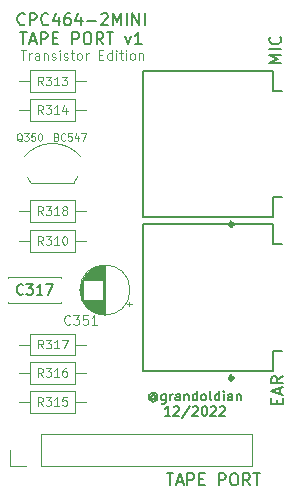
<source format=gbr>
%TF.GenerationSoftware,KiCad,Pcbnew,(6.0.7)*%
%TF.CreationDate,2022-12-16T00:38:36+00:00*%
%TF.ProjectId,CPC464-2MINITapeAdapter,43504334-3634-42d3-924d-494e49546170,rev?*%
%TF.SameCoordinates,Original*%
%TF.FileFunction,Legend,Top*%
%TF.FilePolarity,Positive*%
%FSLAX46Y46*%
G04 Gerber Fmt 4.6, Leading zero omitted, Abs format (unit mm)*
G04 Created by KiCad (PCBNEW (6.0.7)) date 2022-12-16 00:38:36*
%MOMM*%
%LPD*%
G01*
G04 APERTURE LIST*
%ADD10C,0.100000*%
%ADD11C,0.150000*%
%ADD12C,0.200000*%
%ADD13C,0.108000*%
%ADD14C,0.120000*%
%ADD15C,0.129000*%
%ADD16C,0.127000*%
%ADD17C,0.340000*%
G04 APERTURE END LIST*
D10*
X57652304Y-63646104D02*
X58109447Y-63646104D01*
X57880876Y-64446104D02*
X57880876Y-63646104D01*
X58376114Y-64446104D02*
X58376114Y-63912771D01*
X58376114Y-64065152D02*
X58414209Y-63988961D01*
X58452304Y-63950866D01*
X58528495Y-63912771D01*
X58604685Y-63912771D01*
X59214209Y-64446104D02*
X59214209Y-64027057D01*
X59176114Y-63950866D01*
X59099923Y-63912771D01*
X58947542Y-63912771D01*
X58871352Y-63950866D01*
X59214209Y-64408009D02*
X59138019Y-64446104D01*
X58947542Y-64446104D01*
X58871352Y-64408009D01*
X58833257Y-64331819D01*
X58833257Y-64255628D01*
X58871352Y-64179438D01*
X58947542Y-64141342D01*
X59138019Y-64141342D01*
X59214209Y-64103247D01*
X59595161Y-63912771D02*
X59595161Y-64446104D01*
X59595161Y-63988961D02*
X59633257Y-63950866D01*
X59709447Y-63912771D01*
X59823733Y-63912771D01*
X59899923Y-63950866D01*
X59938019Y-64027057D01*
X59938019Y-64446104D01*
X60280876Y-64408009D02*
X60357066Y-64446104D01*
X60509447Y-64446104D01*
X60585638Y-64408009D01*
X60623733Y-64331819D01*
X60623733Y-64293723D01*
X60585638Y-64217533D01*
X60509447Y-64179438D01*
X60395161Y-64179438D01*
X60318971Y-64141342D01*
X60280876Y-64065152D01*
X60280876Y-64027057D01*
X60318971Y-63950866D01*
X60395161Y-63912771D01*
X60509447Y-63912771D01*
X60585638Y-63950866D01*
X60966590Y-64446104D02*
X60966590Y-63912771D01*
X60966590Y-63646104D02*
X60928495Y-63684200D01*
X60966590Y-63722295D01*
X61004685Y-63684200D01*
X60966590Y-63646104D01*
X60966590Y-63722295D01*
X61309447Y-64408009D02*
X61385638Y-64446104D01*
X61538019Y-64446104D01*
X61614209Y-64408009D01*
X61652304Y-64331819D01*
X61652304Y-64293723D01*
X61614209Y-64217533D01*
X61538019Y-64179438D01*
X61423733Y-64179438D01*
X61347542Y-64141342D01*
X61309447Y-64065152D01*
X61309447Y-64027057D01*
X61347542Y-63950866D01*
X61423733Y-63912771D01*
X61538019Y-63912771D01*
X61614209Y-63950866D01*
X61880876Y-63912771D02*
X62185638Y-63912771D01*
X61995161Y-63646104D02*
X61995161Y-64331819D01*
X62033257Y-64408009D01*
X62109447Y-64446104D01*
X62185638Y-64446104D01*
X62566590Y-64446104D02*
X62490400Y-64408009D01*
X62452304Y-64369914D01*
X62414209Y-64293723D01*
X62414209Y-64065152D01*
X62452304Y-63988961D01*
X62490400Y-63950866D01*
X62566590Y-63912771D01*
X62680876Y-63912771D01*
X62757066Y-63950866D01*
X62795161Y-63988961D01*
X62833257Y-64065152D01*
X62833257Y-64293723D01*
X62795161Y-64369914D01*
X62757066Y-64408009D01*
X62680876Y-64446104D01*
X62566590Y-64446104D01*
X63176114Y-64446104D02*
X63176114Y-63912771D01*
X63176114Y-64065152D02*
X63214209Y-63988961D01*
X63252304Y-63950866D01*
X63328495Y-63912771D01*
X63404685Y-63912771D01*
X64280876Y-64027057D02*
X64547542Y-64027057D01*
X64661828Y-64446104D02*
X64280876Y-64446104D01*
X64280876Y-63646104D01*
X64661828Y-63646104D01*
X65347542Y-64446104D02*
X65347542Y-63646104D01*
X65347542Y-64408009D02*
X65271352Y-64446104D01*
X65118971Y-64446104D01*
X65042780Y-64408009D01*
X65004685Y-64369914D01*
X64966590Y-64293723D01*
X64966590Y-64065152D01*
X65004685Y-63988961D01*
X65042780Y-63950866D01*
X65118971Y-63912771D01*
X65271352Y-63912771D01*
X65347542Y-63950866D01*
X65728495Y-64446104D02*
X65728495Y-63912771D01*
X65728495Y-63646104D02*
X65690400Y-63684200D01*
X65728495Y-63722295D01*
X65766590Y-63684200D01*
X65728495Y-63646104D01*
X65728495Y-63722295D01*
X65995161Y-63912771D02*
X66299923Y-63912771D01*
X66109447Y-63646104D02*
X66109447Y-64331819D01*
X66147542Y-64408009D01*
X66223733Y-64446104D01*
X66299923Y-64446104D01*
X66566590Y-64446104D02*
X66566590Y-63912771D01*
X66566590Y-63646104D02*
X66528495Y-63684200D01*
X66566590Y-63722295D01*
X66604685Y-63684200D01*
X66566590Y-63646104D01*
X66566590Y-63722295D01*
X67061828Y-64446104D02*
X66985638Y-64408009D01*
X66947542Y-64369914D01*
X66909447Y-64293723D01*
X66909447Y-64065152D01*
X66947542Y-63988961D01*
X66985638Y-63950866D01*
X67061828Y-63912771D01*
X67176114Y-63912771D01*
X67252304Y-63950866D01*
X67290400Y-63988961D01*
X67328495Y-64065152D01*
X67328495Y-64293723D01*
X67290400Y-64369914D01*
X67252304Y-64408009D01*
X67176114Y-64446104D01*
X67061828Y-64446104D01*
X67671352Y-63912771D02*
X67671352Y-64446104D01*
X67671352Y-63988961D02*
X67709447Y-63950866D01*
X67785638Y-63912771D01*
X67899923Y-63912771D01*
X67976114Y-63950866D01*
X68014209Y-64027057D01*
X68014209Y-64446104D01*
D11*
X69043971Y-92910552D02*
X69005876Y-92872457D01*
X68929685Y-92834361D01*
X68853495Y-92834361D01*
X68777304Y-92872457D01*
X68739209Y-92910552D01*
X68701114Y-92986742D01*
X68701114Y-93062933D01*
X68739209Y-93139123D01*
X68777304Y-93177219D01*
X68853495Y-93215314D01*
X68929685Y-93215314D01*
X69005876Y-93177219D01*
X69043971Y-93139123D01*
X69043971Y-92834361D02*
X69043971Y-93139123D01*
X69082066Y-93177219D01*
X69120161Y-93177219D01*
X69196352Y-93139123D01*
X69234447Y-93062933D01*
X69234447Y-92872457D01*
X69158257Y-92758171D01*
X69043971Y-92681980D01*
X68891590Y-92643885D01*
X68739209Y-92681980D01*
X68624923Y-92758171D01*
X68548733Y-92872457D01*
X68510638Y-93024838D01*
X68548733Y-93177219D01*
X68624923Y-93291504D01*
X68739209Y-93367695D01*
X68891590Y-93405790D01*
X69043971Y-93367695D01*
X69158257Y-93291504D01*
X69920161Y-92758171D02*
X69920161Y-93405790D01*
X69882066Y-93481980D01*
X69843971Y-93520076D01*
X69767780Y-93558171D01*
X69653495Y-93558171D01*
X69577304Y-93520076D01*
X69920161Y-93253409D02*
X69843971Y-93291504D01*
X69691590Y-93291504D01*
X69615400Y-93253409D01*
X69577304Y-93215314D01*
X69539209Y-93139123D01*
X69539209Y-92910552D01*
X69577304Y-92834361D01*
X69615400Y-92796266D01*
X69691590Y-92758171D01*
X69843971Y-92758171D01*
X69920161Y-92796266D01*
X70301114Y-93291504D02*
X70301114Y-92758171D01*
X70301114Y-92910552D02*
X70339209Y-92834361D01*
X70377304Y-92796266D01*
X70453495Y-92758171D01*
X70529685Y-92758171D01*
X71139209Y-93291504D02*
X71139209Y-92872457D01*
X71101114Y-92796266D01*
X71024923Y-92758171D01*
X70872542Y-92758171D01*
X70796352Y-92796266D01*
X71139209Y-93253409D02*
X71063019Y-93291504D01*
X70872542Y-93291504D01*
X70796352Y-93253409D01*
X70758257Y-93177219D01*
X70758257Y-93101028D01*
X70796352Y-93024838D01*
X70872542Y-92986742D01*
X71063019Y-92986742D01*
X71139209Y-92948647D01*
X71520161Y-92758171D02*
X71520161Y-93291504D01*
X71520161Y-92834361D02*
X71558257Y-92796266D01*
X71634447Y-92758171D01*
X71748733Y-92758171D01*
X71824923Y-92796266D01*
X71863019Y-92872457D01*
X71863019Y-93291504D01*
X72586828Y-93291504D02*
X72586828Y-92491504D01*
X72586828Y-93253409D02*
X72510638Y-93291504D01*
X72358257Y-93291504D01*
X72282066Y-93253409D01*
X72243971Y-93215314D01*
X72205876Y-93139123D01*
X72205876Y-92910552D01*
X72243971Y-92834361D01*
X72282066Y-92796266D01*
X72358257Y-92758171D01*
X72510638Y-92758171D01*
X72586828Y-92796266D01*
X73082066Y-93291504D02*
X73005876Y-93253409D01*
X72967780Y-93215314D01*
X72929685Y-93139123D01*
X72929685Y-92910552D01*
X72967780Y-92834361D01*
X73005876Y-92796266D01*
X73082066Y-92758171D01*
X73196352Y-92758171D01*
X73272542Y-92796266D01*
X73310638Y-92834361D01*
X73348733Y-92910552D01*
X73348733Y-93139123D01*
X73310638Y-93215314D01*
X73272542Y-93253409D01*
X73196352Y-93291504D01*
X73082066Y-93291504D01*
X73805876Y-93291504D02*
X73729685Y-93253409D01*
X73691590Y-93177219D01*
X73691590Y-92491504D01*
X74453495Y-93291504D02*
X74453495Y-92491504D01*
X74453495Y-93253409D02*
X74377304Y-93291504D01*
X74224923Y-93291504D01*
X74148733Y-93253409D01*
X74110638Y-93215314D01*
X74072542Y-93139123D01*
X74072542Y-92910552D01*
X74110638Y-92834361D01*
X74148733Y-92796266D01*
X74224923Y-92758171D01*
X74377304Y-92758171D01*
X74453495Y-92796266D01*
X74834447Y-93291504D02*
X74834447Y-92758171D01*
X74834447Y-92491504D02*
X74796352Y-92529600D01*
X74834447Y-92567695D01*
X74872542Y-92529600D01*
X74834447Y-92491504D01*
X74834447Y-92567695D01*
X75558257Y-93291504D02*
X75558257Y-92872457D01*
X75520161Y-92796266D01*
X75443971Y-92758171D01*
X75291590Y-92758171D01*
X75215400Y-92796266D01*
X75558257Y-93253409D02*
X75482066Y-93291504D01*
X75291590Y-93291504D01*
X75215400Y-93253409D01*
X75177304Y-93177219D01*
X75177304Y-93101028D01*
X75215400Y-93024838D01*
X75291590Y-92986742D01*
X75482066Y-92986742D01*
X75558257Y-92948647D01*
X75939209Y-92758171D02*
X75939209Y-93291504D01*
X75939209Y-92834361D02*
X75977304Y-92796266D01*
X76053495Y-92758171D01*
X76167780Y-92758171D01*
X76243971Y-92796266D01*
X76282066Y-92872457D01*
X76282066Y-93291504D01*
X70320161Y-94579504D02*
X69863019Y-94579504D01*
X70091590Y-94579504D02*
X70091590Y-93779504D01*
X70015400Y-93893790D01*
X69939209Y-93969980D01*
X69863019Y-94008076D01*
X70624923Y-93855695D02*
X70663019Y-93817600D01*
X70739209Y-93779504D01*
X70929685Y-93779504D01*
X71005876Y-93817600D01*
X71043971Y-93855695D01*
X71082066Y-93931885D01*
X71082066Y-94008076D01*
X71043971Y-94122361D01*
X70586828Y-94579504D01*
X71082066Y-94579504D01*
X71996352Y-93741409D02*
X71310638Y-94769980D01*
X72224923Y-93855695D02*
X72263019Y-93817600D01*
X72339209Y-93779504D01*
X72529685Y-93779504D01*
X72605876Y-93817600D01*
X72643971Y-93855695D01*
X72682066Y-93931885D01*
X72682066Y-94008076D01*
X72643971Y-94122361D01*
X72186828Y-94579504D01*
X72682066Y-94579504D01*
X73177304Y-93779504D02*
X73253495Y-93779504D01*
X73329685Y-93817600D01*
X73367780Y-93855695D01*
X73405876Y-93931885D01*
X73443971Y-94084266D01*
X73443971Y-94274742D01*
X73405876Y-94427123D01*
X73367780Y-94503314D01*
X73329685Y-94541409D01*
X73253495Y-94579504D01*
X73177304Y-94579504D01*
X73101114Y-94541409D01*
X73063019Y-94503314D01*
X73024923Y-94427123D01*
X72986828Y-94274742D01*
X72986828Y-94084266D01*
X73024923Y-93931885D01*
X73063019Y-93855695D01*
X73101114Y-93817600D01*
X73177304Y-93779504D01*
X73748733Y-93855695D02*
X73786828Y-93817600D01*
X73863019Y-93779504D01*
X74053495Y-93779504D01*
X74129685Y-93817600D01*
X74167780Y-93855695D01*
X74205876Y-93931885D01*
X74205876Y-94008076D01*
X74167780Y-94122361D01*
X73710638Y-94579504D01*
X74205876Y-94579504D01*
X74510638Y-93855695D02*
X74548733Y-93817600D01*
X74624923Y-93779504D01*
X74815400Y-93779504D01*
X74891590Y-93817600D01*
X74929685Y-93855695D01*
X74967780Y-93931885D01*
X74967780Y-94008076D01*
X74929685Y-94122361D01*
X74472542Y-94579504D01*
X74967780Y-94579504D01*
D12*
X58003085Y-61426542D02*
X57955466Y-61474161D01*
X57812609Y-61521780D01*
X57717371Y-61521780D01*
X57574514Y-61474161D01*
X57479276Y-61378923D01*
X57431657Y-61283685D01*
X57384038Y-61093209D01*
X57384038Y-60950352D01*
X57431657Y-60759876D01*
X57479276Y-60664638D01*
X57574514Y-60569400D01*
X57717371Y-60521780D01*
X57812609Y-60521780D01*
X57955466Y-60569400D01*
X58003085Y-60617019D01*
X58431657Y-61521780D02*
X58431657Y-60521780D01*
X58812609Y-60521780D01*
X58907847Y-60569400D01*
X58955466Y-60617019D01*
X59003085Y-60712257D01*
X59003085Y-60855114D01*
X58955466Y-60950352D01*
X58907847Y-60997971D01*
X58812609Y-61045590D01*
X58431657Y-61045590D01*
X60003085Y-61426542D02*
X59955466Y-61474161D01*
X59812609Y-61521780D01*
X59717371Y-61521780D01*
X59574514Y-61474161D01*
X59479276Y-61378923D01*
X59431657Y-61283685D01*
X59384038Y-61093209D01*
X59384038Y-60950352D01*
X59431657Y-60759876D01*
X59479276Y-60664638D01*
X59574514Y-60569400D01*
X59717371Y-60521780D01*
X59812609Y-60521780D01*
X59955466Y-60569400D01*
X60003085Y-60617019D01*
X60860228Y-60855114D02*
X60860228Y-61521780D01*
X60622133Y-60474161D02*
X60384038Y-61188447D01*
X61003085Y-61188447D01*
X61812609Y-60521780D02*
X61622133Y-60521780D01*
X61526895Y-60569400D01*
X61479276Y-60617019D01*
X61384038Y-60759876D01*
X61336419Y-60950352D01*
X61336419Y-61331304D01*
X61384038Y-61426542D01*
X61431657Y-61474161D01*
X61526895Y-61521780D01*
X61717371Y-61521780D01*
X61812609Y-61474161D01*
X61860228Y-61426542D01*
X61907847Y-61331304D01*
X61907847Y-61093209D01*
X61860228Y-60997971D01*
X61812609Y-60950352D01*
X61717371Y-60902733D01*
X61526895Y-60902733D01*
X61431657Y-60950352D01*
X61384038Y-60997971D01*
X61336419Y-61093209D01*
X62764990Y-60855114D02*
X62764990Y-61521780D01*
X62526895Y-60474161D02*
X62288800Y-61188447D01*
X62907847Y-61188447D01*
X63288800Y-61140828D02*
X64050704Y-61140828D01*
X64479276Y-60617019D02*
X64526895Y-60569400D01*
X64622133Y-60521780D01*
X64860228Y-60521780D01*
X64955466Y-60569400D01*
X65003085Y-60617019D01*
X65050704Y-60712257D01*
X65050704Y-60807495D01*
X65003085Y-60950352D01*
X64431657Y-61521780D01*
X65050704Y-61521780D01*
X65479276Y-61521780D02*
X65479276Y-60521780D01*
X65812609Y-61236066D01*
X66145942Y-60521780D01*
X66145942Y-61521780D01*
X66622133Y-61521780D02*
X66622133Y-60521780D01*
X67098323Y-61521780D02*
X67098323Y-60521780D01*
X67669752Y-61521780D01*
X67669752Y-60521780D01*
X68145942Y-61521780D02*
X68145942Y-60521780D01*
X57598323Y-62131780D02*
X58169752Y-62131780D01*
X57884038Y-63131780D02*
X57884038Y-62131780D01*
X58455466Y-62846066D02*
X58931657Y-62846066D01*
X58360228Y-63131780D02*
X58693561Y-62131780D01*
X59026895Y-63131780D01*
X59360228Y-63131780D02*
X59360228Y-62131780D01*
X59741180Y-62131780D01*
X59836419Y-62179400D01*
X59884038Y-62227019D01*
X59931657Y-62322257D01*
X59931657Y-62465114D01*
X59884038Y-62560352D01*
X59836419Y-62607971D01*
X59741180Y-62655590D01*
X59360228Y-62655590D01*
X60360228Y-62607971D02*
X60693561Y-62607971D01*
X60836419Y-63131780D02*
X60360228Y-63131780D01*
X60360228Y-62131780D01*
X60836419Y-62131780D01*
X62026895Y-63131780D02*
X62026895Y-62131780D01*
X62407847Y-62131780D01*
X62503085Y-62179400D01*
X62550704Y-62227019D01*
X62598323Y-62322257D01*
X62598323Y-62465114D01*
X62550704Y-62560352D01*
X62503085Y-62607971D01*
X62407847Y-62655590D01*
X62026895Y-62655590D01*
X63217371Y-62131780D02*
X63407847Y-62131780D01*
X63503085Y-62179400D01*
X63598323Y-62274638D01*
X63645942Y-62465114D01*
X63645942Y-62798447D01*
X63598323Y-62988923D01*
X63503085Y-63084161D01*
X63407847Y-63131780D01*
X63217371Y-63131780D01*
X63122133Y-63084161D01*
X63026895Y-62988923D01*
X62979276Y-62798447D01*
X62979276Y-62465114D01*
X63026895Y-62274638D01*
X63122133Y-62179400D01*
X63217371Y-62131780D01*
X64645942Y-63131780D02*
X64312609Y-62655590D01*
X64074514Y-63131780D02*
X64074514Y-62131780D01*
X64455466Y-62131780D01*
X64550704Y-62179400D01*
X64598323Y-62227019D01*
X64645942Y-62322257D01*
X64645942Y-62465114D01*
X64598323Y-62560352D01*
X64550704Y-62607971D01*
X64455466Y-62655590D01*
X64074514Y-62655590D01*
X64931657Y-62131780D02*
X65503085Y-62131780D01*
X65217371Y-63131780D02*
X65217371Y-62131780D01*
X66503085Y-62465114D02*
X66741180Y-63131780D01*
X66979276Y-62465114D01*
X67884038Y-63131780D02*
X67312609Y-63131780D01*
X67598323Y-63131780D02*
X67598323Y-62131780D01*
X67503085Y-62274638D01*
X67407847Y-62369876D01*
X67312609Y-62417495D01*
D13*
%TO.C,R318*%
X59537285Y-77592514D02*
X59297285Y-77249657D01*
X59125857Y-77592514D02*
X59125857Y-76872514D01*
X59400142Y-76872514D01*
X59468714Y-76906800D01*
X59503000Y-76941085D01*
X59537285Y-77009657D01*
X59537285Y-77112514D01*
X59503000Y-77181085D01*
X59468714Y-77215371D01*
X59400142Y-77249657D01*
X59125857Y-77249657D01*
X59777285Y-76872514D02*
X60223000Y-76872514D01*
X59983000Y-77146800D01*
X60085857Y-77146800D01*
X60154428Y-77181085D01*
X60188714Y-77215371D01*
X60223000Y-77283942D01*
X60223000Y-77455371D01*
X60188714Y-77523942D01*
X60154428Y-77558228D01*
X60085857Y-77592514D01*
X59880142Y-77592514D01*
X59811571Y-77558228D01*
X59777285Y-77523942D01*
X60908714Y-77592514D02*
X60497285Y-77592514D01*
X60703000Y-77592514D02*
X60703000Y-76872514D01*
X60634428Y-76975371D01*
X60565857Y-77043942D01*
X60497285Y-77078228D01*
X61320142Y-77181085D02*
X61251571Y-77146800D01*
X61217285Y-77112514D01*
X61183000Y-77043942D01*
X61183000Y-77009657D01*
X61217285Y-76941085D01*
X61251571Y-76906800D01*
X61320142Y-76872514D01*
X61457285Y-76872514D01*
X61525857Y-76906800D01*
X61560142Y-76941085D01*
X61594428Y-77009657D01*
X61594428Y-77043942D01*
X61560142Y-77112514D01*
X61525857Y-77146800D01*
X61457285Y-77181085D01*
X61320142Y-77181085D01*
X61251571Y-77215371D01*
X61217285Y-77249657D01*
X61183000Y-77318228D01*
X61183000Y-77455371D01*
X61217285Y-77523942D01*
X61251571Y-77558228D01*
X61320142Y-77592514D01*
X61457285Y-77592514D01*
X61525857Y-77558228D01*
X61560142Y-77523942D01*
X61594428Y-77455371D01*
X61594428Y-77318228D01*
X61560142Y-77249657D01*
X61525857Y-77215371D01*
X61457285Y-77181085D01*
%TO.C,R314*%
X59537285Y-69017843D02*
X59297285Y-68674986D01*
X59125857Y-69017843D02*
X59125857Y-68297843D01*
X59400142Y-68297843D01*
X59468714Y-68332129D01*
X59503000Y-68366414D01*
X59537285Y-68434986D01*
X59537285Y-68537843D01*
X59503000Y-68606414D01*
X59468714Y-68640700D01*
X59400142Y-68674986D01*
X59125857Y-68674986D01*
X59777285Y-68297843D02*
X60223000Y-68297843D01*
X59983000Y-68572129D01*
X60085857Y-68572129D01*
X60154428Y-68606414D01*
X60188714Y-68640700D01*
X60223000Y-68709271D01*
X60223000Y-68880700D01*
X60188714Y-68949271D01*
X60154428Y-68983557D01*
X60085857Y-69017843D01*
X59880142Y-69017843D01*
X59811571Y-68983557D01*
X59777285Y-68949271D01*
X60908714Y-69017843D02*
X60497285Y-69017843D01*
X60703000Y-69017843D02*
X60703000Y-68297843D01*
X60634428Y-68400700D01*
X60565857Y-68469271D01*
X60497285Y-68503557D01*
X61525857Y-68537843D02*
X61525857Y-69017843D01*
X61354428Y-68263557D02*
X61183000Y-68777843D01*
X61628714Y-68777843D01*
D10*
%TO.C,Q350*%
X57774428Y-71351042D02*
X57717285Y-71322471D01*
X57660142Y-71265328D01*
X57574428Y-71179613D01*
X57517285Y-71151042D01*
X57460142Y-71151042D01*
X57488714Y-71293899D02*
X57431571Y-71265328D01*
X57374428Y-71208185D01*
X57345857Y-71093899D01*
X57345857Y-70893899D01*
X57374428Y-70779613D01*
X57431571Y-70722471D01*
X57488714Y-70693899D01*
X57603000Y-70693899D01*
X57660142Y-70722471D01*
X57717285Y-70779613D01*
X57745857Y-70893899D01*
X57745857Y-71093899D01*
X57717285Y-71208185D01*
X57660142Y-71265328D01*
X57603000Y-71293899D01*
X57488714Y-71293899D01*
X57945857Y-70693899D02*
X58317285Y-70693899D01*
X58117285Y-70922471D01*
X58203000Y-70922471D01*
X58260142Y-70951042D01*
X58288714Y-70979613D01*
X58317285Y-71036756D01*
X58317285Y-71179613D01*
X58288714Y-71236756D01*
X58260142Y-71265328D01*
X58203000Y-71293899D01*
X58031571Y-71293899D01*
X57974428Y-71265328D01*
X57945857Y-71236756D01*
X58860142Y-70693899D02*
X58574428Y-70693899D01*
X58545857Y-70979613D01*
X58574428Y-70951042D01*
X58631571Y-70922471D01*
X58774428Y-70922471D01*
X58831571Y-70951042D01*
X58860142Y-70979613D01*
X58888714Y-71036756D01*
X58888714Y-71179613D01*
X58860142Y-71236756D01*
X58831571Y-71265328D01*
X58774428Y-71293899D01*
X58631571Y-71293899D01*
X58574428Y-71265328D01*
X58545857Y-71236756D01*
X59260142Y-70693899D02*
X59317285Y-70693899D01*
X59374428Y-70722471D01*
X59403000Y-70751042D01*
X59431571Y-70808185D01*
X59460142Y-70922471D01*
X59460142Y-71065328D01*
X59431571Y-71179613D01*
X59403000Y-71236756D01*
X59374428Y-71265328D01*
X59317285Y-71293899D01*
X59260142Y-71293899D01*
X59203000Y-71265328D01*
X59174428Y-71236756D01*
X59145857Y-71179613D01*
X59117285Y-71065328D01*
X59117285Y-70922471D01*
X59145857Y-70808185D01*
X59174428Y-70751042D01*
X59203000Y-70722471D01*
X59260142Y-70693899D01*
X60688714Y-70979613D02*
X60774428Y-71008185D01*
X60803000Y-71036756D01*
X60831571Y-71093899D01*
X60831571Y-71179613D01*
X60803000Y-71236756D01*
X60774428Y-71265328D01*
X60717285Y-71293899D01*
X60488714Y-71293899D01*
X60488714Y-70693899D01*
X60688714Y-70693899D01*
X60745857Y-70722471D01*
X60774428Y-70751042D01*
X60803000Y-70808185D01*
X60803000Y-70865328D01*
X60774428Y-70922471D01*
X60745857Y-70951042D01*
X60688714Y-70979613D01*
X60488714Y-70979613D01*
X61431571Y-71236756D02*
X61403000Y-71265328D01*
X61317285Y-71293899D01*
X61260142Y-71293899D01*
X61174428Y-71265328D01*
X61117285Y-71208185D01*
X61088714Y-71151042D01*
X61060142Y-71036756D01*
X61060142Y-70951042D01*
X61088714Y-70836756D01*
X61117285Y-70779613D01*
X61174428Y-70722471D01*
X61260142Y-70693899D01*
X61317285Y-70693899D01*
X61403000Y-70722471D01*
X61431571Y-70751042D01*
X61974428Y-70693899D02*
X61688714Y-70693899D01*
X61660142Y-70979613D01*
X61688714Y-70951042D01*
X61745857Y-70922471D01*
X61888714Y-70922471D01*
X61945857Y-70951042D01*
X61974428Y-70979613D01*
X62003000Y-71036756D01*
X62003000Y-71179613D01*
X61974428Y-71236756D01*
X61945857Y-71265328D01*
X61888714Y-71293899D01*
X61745857Y-71293899D01*
X61688714Y-71265328D01*
X61660142Y-71236756D01*
X62517285Y-70893899D02*
X62517285Y-71293899D01*
X62374428Y-70665328D02*
X62231571Y-71093899D01*
X62603000Y-71093899D01*
X62774428Y-70693899D02*
X63174428Y-70693899D01*
X62917285Y-71293899D01*
D13*
%TO.C,R313*%
X59537285Y-66594314D02*
X59297285Y-66251457D01*
X59125857Y-66594314D02*
X59125857Y-65874314D01*
X59400142Y-65874314D01*
X59468714Y-65908600D01*
X59503000Y-65942885D01*
X59537285Y-66011457D01*
X59537285Y-66114314D01*
X59503000Y-66182885D01*
X59468714Y-66217171D01*
X59400142Y-66251457D01*
X59125857Y-66251457D01*
X59777285Y-65874314D02*
X60223000Y-65874314D01*
X59983000Y-66148600D01*
X60085857Y-66148600D01*
X60154428Y-66182885D01*
X60188714Y-66217171D01*
X60223000Y-66285742D01*
X60223000Y-66457171D01*
X60188714Y-66525742D01*
X60154428Y-66560028D01*
X60085857Y-66594314D01*
X59880142Y-66594314D01*
X59811571Y-66560028D01*
X59777285Y-66525742D01*
X60908714Y-66594314D02*
X60497285Y-66594314D01*
X60703000Y-66594314D02*
X60703000Y-65874314D01*
X60634428Y-65977171D01*
X60565857Y-66045742D01*
X60497285Y-66080028D01*
X61148714Y-65874314D02*
X61594428Y-65874314D01*
X61354428Y-66148600D01*
X61457285Y-66148600D01*
X61525857Y-66182885D01*
X61560142Y-66217171D01*
X61594428Y-66285742D01*
X61594428Y-66457171D01*
X61560142Y-66525742D01*
X61525857Y-66560028D01*
X61457285Y-66594314D01*
X61251571Y-66594314D01*
X61183000Y-66560028D01*
X61148714Y-66525742D01*
D11*
%TO.C,C353*%
X70012419Y-99477580D02*
X70583847Y-99477580D01*
X70298133Y-100477580D02*
X70298133Y-99477580D01*
X70869561Y-100191866D02*
X71345752Y-100191866D01*
X70774323Y-100477580D02*
X71107657Y-99477580D01*
X71440990Y-100477580D01*
X71774323Y-100477580D02*
X71774323Y-99477580D01*
X72155276Y-99477580D01*
X72250514Y-99525200D01*
X72298133Y-99572819D01*
X72345752Y-99668057D01*
X72345752Y-99810914D01*
X72298133Y-99906152D01*
X72250514Y-99953771D01*
X72155276Y-100001390D01*
X71774323Y-100001390D01*
X72774323Y-99953771D02*
X73107657Y-99953771D01*
X73250514Y-100477580D02*
X72774323Y-100477580D01*
X72774323Y-99477580D01*
X73250514Y-99477580D01*
X74440990Y-100477580D02*
X74440990Y-99477580D01*
X74821942Y-99477580D01*
X74917180Y-99525200D01*
X74964800Y-99572819D01*
X75012419Y-99668057D01*
X75012419Y-99810914D01*
X74964800Y-99906152D01*
X74917180Y-99953771D01*
X74821942Y-100001390D01*
X74440990Y-100001390D01*
X75631466Y-99477580D02*
X75821942Y-99477580D01*
X75917180Y-99525200D01*
X76012419Y-99620438D01*
X76060038Y-99810914D01*
X76060038Y-100144247D01*
X76012419Y-100334723D01*
X75917180Y-100429961D01*
X75821942Y-100477580D01*
X75631466Y-100477580D01*
X75536228Y-100429961D01*
X75440990Y-100334723D01*
X75393371Y-100144247D01*
X75393371Y-99810914D01*
X75440990Y-99620438D01*
X75536228Y-99525200D01*
X75631466Y-99477580D01*
X77060038Y-100477580D02*
X76726704Y-100001390D01*
X76488609Y-100477580D02*
X76488609Y-99477580D01*
X76869561Y-99477580D01*
X76964800Y-99525200D01*
X77012419Y-99572819D01*
X77060038Y-99668057D01*
X77060038Y-99810914D01*
X77012419Y-99906152D01*
X76964800Y-99953771D01*
X76869561Y-100001390D01*
X76488609Y-100001390D01*
X77345752Y-99477580D02*
X77917180Y-99477580D01*
X77631466Y-100477580D02*
X77631466Y-99477580D01*
D14*
%TO.C,C351*%
X61835361Y-86798114D02*
X61797266Y-86836209D01*
X61682980Y-86874304D01*
X61606790Y-86874304D01*
X61492504Y-86836209D01*
X61416314Y-86760019D01*
X61378219Y-86683828D01*
X61340123Y-86531447D01*
X61340123Y-86417161D01*
X61378219Y-86264780D01*
X61416314Y-86188590D01*
X61492504Y-86112400D01*
X61606790Y-86074304D01*
X61682980Y-86074304D01*
X61797266Y-86112400D01*
X61835361Y-86150495D01*
X62102028Y-86074304D02*
X62597266Y-86074304D01*
X62330600Y-86379066D01*
X62444885Y-86379066D01*
X62521076Y-86417161D01*
X62559171Y-86455257D01*
X62597266Y-86531447D01*
X62597266Y-86721923D01*
X62559171Y-86798114D01*
X62521076Y-86836209D01*
X62444885Y-86874304D01*
X62216314Y-86874304D01*
X62140123Y-86836209D01*
X62102028Y-86798114D01*
X63321076Y-86074304D02*
X62940123Y-86074304D01*
X62902028Y-86455257D01*
X62940123Y-86417161D01*
X63016314Y-86379066D01*
X63206790Y-86379066D01*
X63282980Y-86417161D01*
X63321076Y-86455257D01*
X63359171Y-86531447D01*
X63359171Y-86721923D01*
X63321076Y-86798114D01*
X63282980Y-86836209D01*
X63206790Y-86874304D01*
X63016314Y-86874304D01*
X62940123Y-86836209D01*
X62902028Y-86798114D01*
X64121076Y-86874304D02*
X63663933Y-86874304D01*
X63892504Y-86874304D02*
X63892504Y-86074304D01*
X63816314Y-86188590D01*
X63740123Y-86264780D01*
X63663933Y-86302876D01*
D13*
%TO.C,R315*%
X59537285Y-93746914D02*
X59297285Y-93404057D01*
X59125857Y-93746914D02*
X59125857Y-93026914D01*
X59400142Y-93026914D01*
X59468714Y-93061200D01*
X59503000Y-93095485D01*
X59537285Y-93164057D01*
X59537285Y-93266914D01*
X59503000Y-93335485D01*
X59468714Y-93369771D01*
X59400142Y-93404057D01*
X59125857Y-93404057D01*
X59777285Y-93026914D02*
X60223000Y-93026914D01*
X59983000Y-93301200D01*
X60085857Y-93301200D01*
X60154428Y-93335485D01*
X60188714Y-93369771D01*
X60223000Y-93438342D01*
X60223000Y-93609771D01*
X60188714Y-93678342D01*
X60154428Y-93712628D01*
X60085857Y-93746914D01*
X59880142Y-93746914D01*
X59811571Y-93712628D01*
X59777285Y-93678342D01*
X60908714Y-93746914D02*
X60497285Y-93746914D01*
X60703000Y-93746914D02*
X60703000Y-93026914D01*
X60634428Y-93129771D01*
X60565857Y-93198342D01*
X60497285Y-93232628D01*
X61560142Y-93026914D02*
X61217285Y-93026914D01*
X61183000Y-93369771D01*
X61217285Y-93335485D01*
X61285857Y-93301200D01*
X61457285Y-93301200D01*
X61525857Y-93335485D01*
X61560142Y-93369771D01*
X61594428Y-93438342D01*
X61594428Y-93609771D01*
X61560142Y-93678342D01*
X61525857Y-93712628D01*
X61457285Y-93746914D01*
X61285857Y-93746914D01*
X61217285Y-93712628D01*
X61183000Y-93678342D01*
%TO.C,R310*%
X59537285Y-80107114D02*
X59297285Y-79764257D01*
X59125857Y-80107114D02*
X59125857Y-79387114D01*
X59400142Y-79387114D01*
X59468714Y-79421400D01*
X59503000Y-79455685D01*
X59537285Y-79524257D01*
X59537285Y-79627114D01*
X59503000Y-79695685D01*
X59468714Y-79729971D01*
X59400142Y-79764257D01*
X59125857Y-79764257D01*
X59777285Y-79387114D02*
X60223000Y-79387114D01*
X59983000Y-79661400D01*
X60085857Y-79661400D01*
X60154428Y-79695685D01*
X60188714Y-79729971D01*
X60223000Y-79798542D01*
X60223000Y-79969971D01*
X60188714Y-80038542D01*
X60154428Y-80072828D01*
X60085857Y-80107114D01*
X59880142Y-80107114D01*
X59811571Y-80072828D01*
X59777285Y-80038542D01*
X60908714Y-80107114D02*
X60497285Y-80107114D01*
X60703000Y-80107114D02*
X60703000Y-79387114D01*
X60634428Y-79489971D01*
X60565857Y-79558542D01*
X60497285Y-79592828D01*
X61354428Y-79387114D02*
X61423000Y-79387114D01*
X61491571Y-79421400D01*
X61525857Y-79455685D01*
X61560142Y-79524257D01*
X61594428Y-79661400D01*
X61594428Y-79832828D01*
X61560142Y-79969971D01*
X61525857Y-80038542D01*
X61491571Y-80072828D01*
X61423000Y-80107114D01*
X61354428Y-80107114D01*
X61285857Y-80072828D01*
X61251571Y-80038542D01*
X61217285Y-79969971D01*
X61183000Y-79832828D01*
X61183000Y-79661400D01*
X61217285Y-79524257D01*
X61251571Y-79455685D01*
X61285857Y-79421400D01*
X61354428Y-79387114D01*
%TO.C,R316*%
X59537285Y-91283114D02*
X59297285Y-90940257D01*
X59125857Y-91283114D02*
X59125857Y-90563114D01*
X59400142Y-90563114D01*
X59468714Y-90597400D01*
X59503000Y-90631685D01*
X59537285Y-90700257D01*
X59537285Y-90803114D01*
X59503000Y-90871685D01*
X59468714Y-90905971D01*
X59400142Y-90940257D01*
X59125857Y-90940257D01*
X59777285Y-90563114D02*
X60223000Y-90563114D01*
X59983000Y-90837400D01*
X60085857Y-90837400D01*
X60154428Y-90871685D01*
X60188714Y-90905971D01*
X60223000Y-90974542D01*
X60223000Y-91145971D01*
X60188714Y-91214542D01*
X60154428Y-91248828D01*
X60085857Y-91283114D01*
X59880142Y-91283114D01*
X59811571Y-91248828D01*
X59777285Y-91214542D01*
X60908714Y-91283114D02*
X60497285Y-91283114D01*
X60703000Y-91283114D02*
X60703000Y-90563114D01*
X60634428Y-90665971D01*
X60565857Y-90734542D01*
X60497285Y-90768828D01*
X61525857Y-90563114D02*
X61388714Y-90563114D01*
X61320142Y-90597400D01*
X61285857Y-90631685D01*
X61217285Y-90734542D01*
X61183000Y-90871685D01*
X61183000Y-91145971D01*
X61217285Y-91214542D01*
X61251571Y-91248828D01*
X61320142Y-91283114D01*
X61457285Y-91283114D01*
X61525857Y-91248828D01*
X61560142Y-91214542D01*
X61594428Y-91145971D01*
X61594428Y-90974542D01*
X61560142Y-90905971D01*
X61525857Y-90871685D01*
X61457285Y-90837400D01*
X61320142Y-90837400D01*
X61251571Y-90871685D01*
X61217285Y-90905971D01*
X61183000Y-90974542D01*
D15*
%TO.C,C317*%
X57856619Y-84254142D02*
X57815666Y-84295095D01*
X57692809Y-84336047D01*
X57610904Y-84336047D01*
X57488047Y-84295095D01*
X57406142Y-84213190D01*
X57365190Y-84131285D01*
X57324238Y-83967476D01*
X57324238Y-83844619D01*
X57365190Y-83680809D01*
X57406142Y-83598904D01*
X57488047Y-83517000D01*
X57610904Y-83476047D01*
X57692809Y-83476047D01*
X57815666Y-83517000D01*
X57856619Y-83557952D01*
X58143285Y-83476047D02*
X58675666Y-83476047D01*
X58389000Y-83803666D01*
X58511857Y-83803666D01*
X58593761Y-83844619D01*
X58634714Y-83885571D01*
X58675666Y-83967476D01*
X58675666Y-84172238D01*
X58634714Y-84254142D01*
X58593761Y-84295095D01*
X58511857Y-84336047D01*
X58266142Y-84336047D01*
X58184238Y-84295095D01*
X58143285Y-84254142D01*
X59494714Y-84336047D02*
X59003285Y-84336047D01*
X59249000Y-84336047D02*
X59249000Y-83476047D01*
X59167095Y-83598904D01*
X59085190Y-83680809D01*
X59003285Y-83721761D01*
X59781380Y-83476047D02*
X60354714Y-83476047D01*
X59986142Y-84336047D01*
D13*
%TO.C,R317*%
X59537285Y-88895514D02*
X59297285Y-88552657D01*
X59125857Y-88895514D02*
X59125857Y-88175514D01*
X59400142Y-88175514D01*
X59468714Y-88209800D01*
X59503000Y-88244085D01*
X59537285Y-88312657D01*
X59537285Y-88415514D01*
X59503000Y-88484085D01*
X59468714Y-88518371D01*
X59400142Y-88552657D01*
X59125857Y-88552657D01*
X59777285Y-88175514D02*
X60223000Y-88175514D01*
X59983000Y-88449800D01*
X60085857Y-88449800D01*
X60154428Y-88484085D01*
X60188714Y-88518371D01*
X60223000Y-88586942D01*
X60223000Y-88758371D01*
X60188714Y-88826942D01*
X60154428Y-88861228D01*
X60085857Y-88895514D01*
X59880142Y-88895514D01*
X59811571Y-88861228D01*
X59777285Y-88826942D01*
X60908714Y-88895514D02*
X60497285Y-88895514D01*
X60703000Y-88895514D02*
X60703000Y-88175514D01*
X60634428Y-88278371D01*
X60565857Y-88346942D01*
X60497285Y-88381228D01*
X61148714Y-88175514D02*
X61628714Y-88175514D01*
X61320142Y-88895514D01*
D11*
%TO.C,J350*%
X79700519Y-64724157D02*
X78700212Y-64724157D01*
X79414717Y-64390721D01*
X78700212Y-64057286D01*
X79700519Y-64057286D01*
X79700519Y-63580949D02*
X78700212Y-63580949D01*
X79605252Y-62533008D02*
X79652886Y-62580642D01*
X79700519Y-62723543D01*
X79700519Y-62818810D01*
X79652886Y-62961711D01*
X79557618Y-63056979D01*
X79462351Y-63104612D01*
X79271816Y-63152246D01*
X79128915Y-63152246D01*
X78938381Y-63104612D01*
X78843113Y-63056979D01*
X78747846Y-62961711D01*
X78700212Y-62818810D01*
X78700212Y-62723543D01*
X78747846Y-62580642D01*
X78795480Y-62533008D01*
%TO.C,J351*%
X79328949Y-93599208D02*
X79328949Y-93265772D01*
X79852919Y-93122871D02*
X79852919Y-93599208D01*
X78852612Y-93599208D01*
X78852612Y-93122871D01*
X79567117Y-92741802D02*
X79567117Y-92265465D01*
X79852919Y-92837069D02*
X78852612Y-92503633D01*
X79852919Y-92170198D01*
X79852919Y-91265158D02*
X79376583Y-91598594D01*
X79852919Y-91836762D02*
X78852612Y-91836762D01*
X78852612Y-91455693D01*
X78900246Y-91360425D01*
X78947880Y-91312792D01*
X79043147Y-91265158D01*
X79186048Y-91265158D01*
X79281315Y-91312792D01*
X79328949Y-91360425D01*
X79376583Y-91455693D01*
X79376583Y-91836762D01*
D14*
%TO.C,R318*%
X62263000Y-78186800D02*
X62263000Y-76346800D01*
X62263000Y-76346800D02*
X58423000Y-76346800D01*
X58423000Y-78186800D02*
X62263000Y-78186800D01*
X63213000Y-77266800D02*
X62263000Y-77266800D01*
X58423000Y-76346800D02*
X58423000Y-78186800D01*
X57473000Y-77266800D02*
X58423000Y-77266800D01*
%TO.C,R314*%
X62263000Y-69612129D02*
X62263000Y-67772129D01*
X62263000Y-67772129D02*
X58423000Y-67772129D01*
X58423000Y-69612129D02*
X62263000Y-69612129D01*
X63213000Y-68692129D02*
X62263000Y-68692129D01*
X58423000Y-67772129D02*
X58423000Y-69612129D01*
X57473000Y-68692129D02*
X58423000Y-68692129D01*
%TO.C,Q350*%
X62142999Y-74922470D02*
G75*
G03*
X62503000Y-74322471I-953779J980269D01*
G01*
X58202999Y-74372471D02*
G75*
G03*
X58543000Y-74922471I1267961J403740D01*
G01*
X60343000Y-71533927D02*
G75*
G03*
X57986600Y-72633929I0J-3073914D01*
G01*
X62703002Y-72633928D02*
G75*
G03*
X60343000Y-71533929I-2360002J-1981643D01*
G01*
X58543000Y-74922471D02*
X62143000Y-74922471D01*
%TO.C,R313*%
X58423000Y-67188600D02*
X62263000Y-67188600D01*
X57473000Y-66268600D02*
X58423000Y-66268600D01*
X63213000Y-66268600D02*
X62263000Y-66268600D01*
X62263000Y-65348600D02*
X58423000Y-65348600D01*
X58423000Y-65348600D02*
X58423000Y-67188600D01*
X62263000Y-67188600D02*
X62263000Y-65348600D01*
%TO.C,C353*%
X56774800Y-98840600D02*
X56774800Y-97510600D01*
X59374800Y-98840600D02*
X77214800Y-98840600D01*
X59374800Y-98840600D02*
X59374800Y-96180600D01*
X58104800Y-98840600D02*
X56774800Y-98840600D01*
X77214800Y-98840600D02*
X77214800Y-96180600D01*
X59374800Y-96180600D02*
X77214800Y-96180600D01*
%TO.C,C351*%
X66906000Y-83947000D02*
G75*
G03*
X66906000Y-83947000I-2120000J0D01*
G01*
X63265000Y-85385000D02*
X63265000Y-84787000D01*
X63425000Y-83107000D02*
X63425000Y-82360000D01*
X63425000Y-85534000D02*
X63425000Y-84787000D01*
X64226000Y-83107000D02*
X64226000Y-81942000D01*
X64065000Y-83107000D02*
X64065000Y-81993000D01*
X64506000Y-83107000D02*
X64506000Y-81885000D01*
X62985000Y-85027000D02*
X62985000Y-84787000D01*
X63465000Y-85566000D02*
X63465000Y-84787000D01*
X63465000Y-83107000D02*
X63465000Y-82328000D01*
X63385000Y-85499000D02*
X63385000Y-84787000D01*
X62865000Y-84806000D02*
X62865000Y-83088000D01*
X62825000Y-84715000D02*
X62825000Y-83179000D01*
X64226000Y-85952000D02*
X64226000Y-84787000D01*
X62985000Y-83107000D02*
X62985000Y-82867000D01*
X64506000Y-86009000D02*
X64506000Y-84787000D01*
X64025000Y-85887000D02*
X64025000Y-84787000D01*
X64706000Y-86026000D02*
X64706000Y-81868000D01*
X64065000Y-85901000D02*
X64065000Y-84787000D01*
X63705000Y-83107000D02*
X63705000Y-82162000D01*
X63585000Y-83107000D02*
X63585000Y-82239000D01*
X62945000Y-84960000D02*
X62945000Y-82934000D01*
X64546000Y-86014000D02*
X64546000Y-84787000D01*
X63385000Y-83107000D02*
X63385000Y-82395000D01*
X64106000Y-85915000D02*
X64106000Y-84787000D01*
X64666000Y-86024000D02*
X64666000Y-81870000D01*
X63865000Y-83107000D02*
X63865000Y-82077000D01*
X63985000Y-83107000D02*
X63985000Y-82023000D01*
X63185000Y-83107000D02*
X63185000Y-82596000D01*
X64146000Y-85929000D02*
X64146000Y-84787000D01*
X64266000Y-83107000D02*
X64266000Y-81931000D01*
X63705000Y-85732000D02*
X63705000Y-84787000D01*
X64626000Y-86021000D02*
X64626000Y-81873000D01*
X63545000Y-83107000D02*
X63545000Y-82267000D01*
X64466000Y-83107000D02*
X64466000Y-81891000D01*
X63025000Y-83107000D02*
X63025000Y-82805000D01*
X63625000Y-85682000D02*
X63625000Y-84787000D01*
X63825000Y-83107000D02*
X63825000Y-82096000D01*
X63745000Y-85755000D02*
X63745000Y-84787000D01*
X63305000Y-83107000D02*
X63305000Y-82469000D01*
X63905000Y-85836000D02*
X63905000Y-84787000D01*
X64426000Y-83107000D02*
X64426000Y-81897000D01*
X63505000Y-85597000D02*
X63505000Y-84787000D01*
X64786000Y-86027000D02*
X64786000Y-81867000D01*
X63225000Y-83107000D02*
X63225000Y-82551000D01*
X64546000Y-83107000D02*
X64546000Y-81880000D01*
X63305000Y-85425000D02*
X63305000Y-84787000D01*
X62745000Y-84484000D02*
X62745000Y-83410000D01*
X63065000Y-85147000D02*
X63065000Y-84787000D01*
X63585000Y-85655000D02*
X63585000Y-84787000D01*
X64186000Y-83107000D02*
X64186000Y-81953000D01*
X63145000Y-85251000D02*
X63145000Y-84787000D01*
X62785000Y-84611000D02*
X62785000Y-83283000D01*
X64306000Y-85972000D02*
X64306000Y-84787000D01*
X64466000Y-86003000D02*
X64466000Y-84787000D01*
X64266000Y-85963000D02*
X64266000Y-84787000D01*
X63945000Y-83107000D02*
X63945000Y-82040000D01*
X64586000Y-83107000D02*
X64586000Y-81876000D01*
X63345000Y-83107000D02*
X63345000Y-82431000D01*
X63105000Y-83107000D02*
X63105000Y-82693000D01*
X63785000Y-83107000D02*
X63785000Y-82117000D01*
X63345000Y-85463000D02*
X63345000Y-84787000D01*
X64346000Y-83107000D02*
X64346000Y-81913000D01*
X63105000Y-85201000D02*
X63105000Y-84787000D01*
X64306000Y-83107000D02*
X64306000Y-81922000D01*
X63945000Y-85854000D02*
X63945000Y-84787000D01*
X63665000Y-85707000D02*
X63665000Y-84787000D01*
X63185000Y-85298000D02*
X63185000Y-84787000D01*
X64146000Y-83107000D02*
X64146000Y-81965000D01*
X64386000Y-85989000D02*
X64386000Y-84787000D01*
X63025000Y-85089000D02*
X63025000Y-84787000D01*
X63985000Y-85871000D02*
X63985000Y-84787000D01*
X64586000Y-86018000D02*
X64586000Y-84787000D01*
X63545000Y-85627000D02*
X63545000Y-84787000D01*
X63905000Y-83107000D02*
X63905000Y-82058000D01*
X63065000Y-83107000D02*
X63065000Y-82747000D01*
X63145000Y-83107000D02*
X63145000Y-82643000D01*
X64426000Y-85997000D02*
X64426000Y-84787000D01*
X64746000Y-86027000D02*
X64746000Y-81867000D01*
X63665000Y-83107000D02*
X63665000Y-82187000D01*
X64106000Y-83107000D02*
X64106000Y-81979000D01*
X64386000Y-83107000D02*
X64386000Y-81905000D01*
X63265000Y-83107000D02*
X63265000Y-82509000D01*
X63745000Y-83107000D02*
X63745000Y-82139000D01*
X63225000Y-85343000D02*
X63225000Y-84787000D01*
X64186000Y-85941000D02*
X64186000Y-84787000D01*
X64346000Y-85981000D02*
X64346000Y-84787000D01*
X67055801Y-85142000D02*
X66655801Y-85142000D01*
X62705000Y-84317000D02*
X62705000Y-83577000D01*
X63785000Y-85777000D02*
X63785000Y-84787000D01*
X66855801Y-85342000D02*
X66855801Y-84942000D01*
X63625000Y-83107000D02*
X63625000Y-82212000D01*
X63825000Y-85798000D02*
X63825000Y-84787000D01*
X63505000Y-83107000D02*
X63505000Y-82297000D01*
X64025000Y-83107000D02*
X64025000Y-82007000D01*
X63865000Y-85817000D02*
X63865000Y-84787000D01*
X62905000Y-84887000D02*
X62905000Y-83007000D01*
%TO.C,R315*%
X63213000Y-93421200D02*
X62263000Y-93421200D01*
X62263000Y-92501200D02*
X58423000Y-92501200D01*
X58423000Y-92501200D02*
X58423000Y-94341200D01*
X58423000Y-94341200D02*
X62263000Y-94341200D01*
X62263000Y-94341200D02*
X62263000Y-92501200D01*
X57473000Y-93421200D02*
X58423000Y-93421200D01*
%TO.C,R310*%
X63213000Y-79781400D02*
X62263000Y-79781400D01*
X58423000Y-78861400D02*
X58423000Y-80701400D01*
X62263000Y-78861400D02*
X58423000Y-78861400D01*
X62263000Y-80701400D02*
X62263000Y-78861400D01*
X58423000Y-80701400D02*
X62263000Y-80701400D01*
X57473000Y-79781400D02*
X58423000Y-79781400D01*
%TO.C,R316*%
X62263000Y-91877400D02*
X62263000Y-90037400D01*
X58423000Y-90037400D02*
X58423000Y-91877400D01*
X57473000Y-90957400D02*
X58423000Y-90957400D01*
X58423000Y-91877400D02*
X62263000Y-91877400D01*
X63213000Y-90957400D02*
X62263000Y-90957400D01*
X62263000Y-90037400D02*
X58423000Y-90037400D01*
%TO.C,C317*%
X61089000Y-82877000D02*
X61089000Y-82892000D01*
X56549000Y-82877000D02*
X61089000Y-82877000D01*
X61089000Y-85002000D02*
X61089000Y-85017000D01*
X56549000Y-85002000D02*
X56549000Y-85017000D01*
X56549000Y-85017000D02*
X61089000Y-85017000D01*
X56549000Y-82877000D02*
X56549000Y-82892000D01*
%TO.C,R317*%
X63213000Y-88569800D02*
X62263000Y-88569800D01*
X62263000Y-89489800D02*
X62263000Y-87649800D01*
X58423000Y-89489800D02*
X62263000Y-89489800D01*
X58423000Y-87649800D02*
X58423000Y-89489800D01*
X62263000Y-87649800D02*
X58423000Y-87649800D01*
X57473000Y-88569800D02*
X58423000Y-88569800D01*
D16*
%TO.C,J350*%
X78980800Y-76077200D02*
X79780800Y-76077200D01*
X78980800Y-67077200D02*
X78980800Y-65377200D01*
X67980800Y-77777200D02*
X78980800Y-77777200D01*
X67980800Y-77777200D02*
X67980800Y-65377200D01*
X78980800Y-67077200D02*
X79780800Y-67077200D01*
X78980800Y-77777200D02*
X78980800Y-76077200D01*
X67980800Y-65377200D02*
X78980800Y-65377200D01*
D17*
X75650800Y-78377200D02*
G75*
G03*
X75650800Y-78377200I-170000J0D01*
G01*
D16*
%TO.C,J351*%
X67980800Y-78382000D02*
X78980800Y-78382000D01*
X67980800Y-90782000D02*
X78980800Y-90782000D01*
X78980800Y-89082000D02*
X79780800Y-89082000D01*
X78980800Y-80082000D02*
X79780800Y-80082000D01*
X78980800Y-80082000D02*
X78980800Y-78382000D01*
X78980800Y-90782000D02*
X78980800Y-89082000D01*
X67980800Y-90782000D02*
X67980800Y-78382000D01*
D17*
X75650800Y-91382000D02*
G75*
G03*
X75650800Y-91382000I-170000J0D01*
G01*
%TD*%
M02*

</source>
